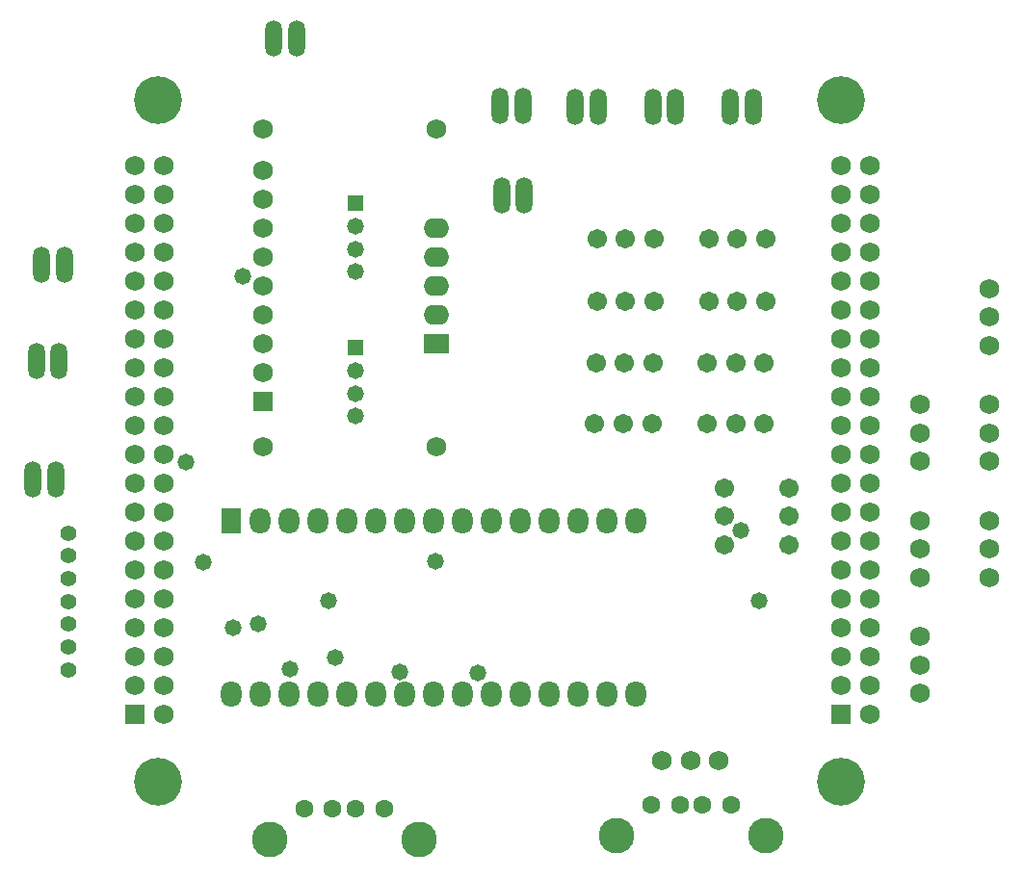
<source format=gbs>
G04 Layer_Color=8150272*
%FSLAX24Y24*%
%MOIN*%
G70*
G01*
G75*
%ADD796O,0.0580X0.1261*%
%ADD797C,0.0552*%
%ADD798C,0.0680*%
%ADD799R,0.0580X0.0580*%
%ADD800C,0.0580*%
%ADD801C,0.0671*%
%ADD802C,0.1655*%
%ADD803C,0.0690*%
%ADD804R,0.0690X0.0690*%
%ADD805O,0.0710X0.0907*%
%ADD806R,0.0710X0.0907*%
%ADD807R,0.0680X0.0680*%
%ADD808O,0.0880X0.0680*%
%ADD809R,0.0880X0.0680*%
%ADD810C,0.0630*%
%ADD811C,0.1230*%
D796*
X23661Y35236D02*
D03*
X24449D02*
D03*
X7795Y29724D02*
D03*
X8583D02*
D03*
X7480Y22283D02*
D03*
X8268D02*
D03*
X7598Y26378D02*
D03*
X8386D02*
D03*
X28937Y35197D02*
D03*
X29724D02*
D03*
X23701Y32126D02*
D03*
X24488D02*
D03*
X31614Y35197D02*
D03*
X32402D02*
D03*
X26260D02*
D03*
X27047D02*
D03*
X15827Y37559D02*
D03*
X16614D02*
D03*
D797*
X8701Y15709D02*
D03*
Y20433D02*
D03*
Y19646D02*
D03*
Y18858D02*
D03*
Y18071D02*
D03*
Y17283D02*
D03*
Y16496D02*
D03*
D798*
X31220Y12559D02*
D03*
X30236D02*
D03*
X29252D02*
D03*
X40591Y28898D02*
D03*
Y27913D02*
D03*
Y26929D02*
D03*
Y24882D02*
D03*
Y23898D02*
D03*
Y22913D02*
D03*
X38189Y24882D02*
D03*
Y23898D02*
D03*
Y22913D02*
D03*
Y20866D02*
D03*
Y19882D02*
D03*
Y18898D02*
D03*
X40591Y20866D02*
D03*
Y19882D02*
D03*
Y18898D02*
D03*
X38189Y16850D02*
D03*
Y15866D02*
D03*
Y14882D02*
D03*
X15449Y34441D02*
D03*
X21449D02*
D03*
X15449Y23441D02*
D03*
X21449D02*
D03*
X15449Y31991D02*
D03*
Y30991D02*
D03*
Y29991D02*
D03*
Y28991D02*
D03*
Y27991D02*
D03*
Y26991D02*
D03*
Y25991D02*
D03*
Y32991D02*
D03*
D799*
X18661Y26850D02*
D03*
Y31850D02*
D03*
D800*
Y26063D02*
D03*
Y25269D02*
D03*
Y24479D02*
D03*
Y29479D02*
D03*
Y30269D02*
D03*
Y31063D02*
D03*
X20195Y15620D02*
D03*
X17940Y16139D02*
D03*
X13390Y19420D02*
D03*
X15280Y17280D02*
D03*
X21420Y19470D02*
D03*
X14400Y17160D02*
D03*
X31990Y20530D02*
D03*
X14760Y29330D02*
D03*
X12770Y22880D02*
D03*
X17720Y18090D02*
D03*
X32620D02*
D03*
X16370Y15720D02*
D03*
X22890Y15580D02*
D03*
D801*
X30866Y30630D02*
D03*
X31850D02*
D03*
X32835D02*
D03*
X27008D02*
D03*
X27992D02*
D03*
X28976D02*
D03*
X30866Y28465D02*
D03*
X31850D02*
D03*
X32835D02*
D03*
X27008D02*
D03*
X27992D02*
D03*
X28976D02*
D03*
X30827Y26339D02*
D03*
X31811D02*
D03*
X32795D02*
D03*
X26969D02*
D03*
X27953D02*
D03*
X28937D02*
D03*
X30827Y24213D02*
D03*
X31811D02*
D03*
X32795D02*
D03*
X26929D02*
D03*
X27913D02*
D03*
X28898D02*
D03*
X33661Y20039D02*
D03*
Y21024D02*
D03*
Y22008D02*
D03*
X31417Y20039D02*
D03*
Y21024D02*
D03*
Y22008D02*
D03*
D802*
X11811Y35433D02*
D03*
X35433Y11811D02*
D03*
X11811D02*
D03*
X35433Y35433D02*
D03*
D803*
X11024Y33173D02*
D03*
Y32173D02*
D03*
Y31173D02*
D03*
Y30173D02*
D03*
Y29173D02*
D03*
Y28173D02*
D03*
Y27173D02*
D03*
Y26173D02*
D03*
Y25173D02*
D03*
Y24173D02*
D03*
Y23173D02*
D03*
Y22173D02*
D03*
Y21173D02*
D03*
Y20173D02*
D03*
Y19173D02*
D03*
Y18173D02*
D03*
Y17173D02*
D03*
Y16173D02*
D03*
Y15173D02*
D03*
X12024Y33173D02*
D03*
Y32173D02*
D03*
Y31173D02*
D03*
Y30173D02*
D03*
Y29173D02*
D03*
Y28173D02*
D03*
Y27173D02*
D03*
Y26173D02*
D03*
Y25173D02*
D03*
Y24173D02*
D03*
Y23173D02*
D03*
Y22173D02*
D03*
Y21173D02*
D03*
Y20173D02*
D03*
Y19173D02*
D03*
Y18173D02*
D03*
Y17173D02*
D03*
Y16173D02*
D03*
Y15173D02*
D03*
Y14173D02*
D03*
X35433Y33173D02*
D03*
Y32173D02*
D03*
Y31173D02*
D03*
Y30173D02*
D03*
Y29173D02*
D03*
Y28173D02*
D03*
Y27173D02*
D03*
Y26173D02*
D03*
Y25173D02*
D03*
Y24173D02*
D03*
Y23173D02*
D03*
Y22173D02*
D03*
Y21173D02*
D03*
Y20173D02*
D03*
Y19173D02*
D03*
Y18173D02*
D03*
Y17173D02*
D03*
Y16173D02*
D03*
Y15173D02*
D03*
X36433Y33173D02*
D03*
Y32173D02*
D03*
Y31173D02*
D03*
Y30173D02*
D03*
Y29173D02*
D03*
Y28173D02*
D03*
Y27173D02*
D03*
Y26173D02*
D03*
Y25173D02*
D03*
Y24173D02*
D03*
Y23173D02*
D03*
Y22173D02*
D03*
Y21173D02*
D03*
Y20173D02*
D03*
Y19173D02*
D03*
Y18173D02*
D03*
Y17173D02*
D03*
Y16173D02*
D03*
Y15173D02*
D03*
Y14173D02*
D03*
D804*
X11024D02*
D03*
X35433D02*
D03*
D805*
X27346Y14866D02*
D03*
X26346D02*
D03*
X25346D02*
D03*
X24346D02*
D03*
X23346D02*
D03*
X22346D02*
D03*
X21346D02*
D03*
X20346D02*
D03*
X19346D02*
D03*
X18346D02*
D03*
X17346D02*
D03*
X16346D02*
D03*
X15346D02*
D03*
X14346D02*
D03*
X15346Y20866D02*
D03*
X16346D02*
D03*
X17346D02*
D03*
X18346D02*
D03*
X19346D02*
D03*
X20346D02*
D03*
X21346D02*
D03*
X22346D02*
D03*
X23346D02*
D03*
X24346D02*
D03*
X25346D02*
D03*
X28346Y14866D02*
D03*
X26346Y20866D02*
D03*
X27346D02*
D03*
X28346D02*
D03*
D806*
X14346D02*
D03*
D807*
X15449Y24991D02*
D03*
D808*
X21449Y30991D02*
D03*
Y29991D02*
D03*
Y28991D02*
D03*
Y27991D02*
D03*
D809*
Y26991D02*
D03*
D810*
X19634Y10900D02*
D03*
X18650D02*
D03*
X16878D02*
D03*
X17862D02*
D03*
X31642Y11018D02*
D03*
X30657D02*
D03*
X28886D02*
D03*
X29870D02*
D03*
D811*
X15669Y9833D02*
D03*
X20843D02*
D03*
X27677Y9951D02*
D03*
X32850D02*
D03*
M02*

</source>
